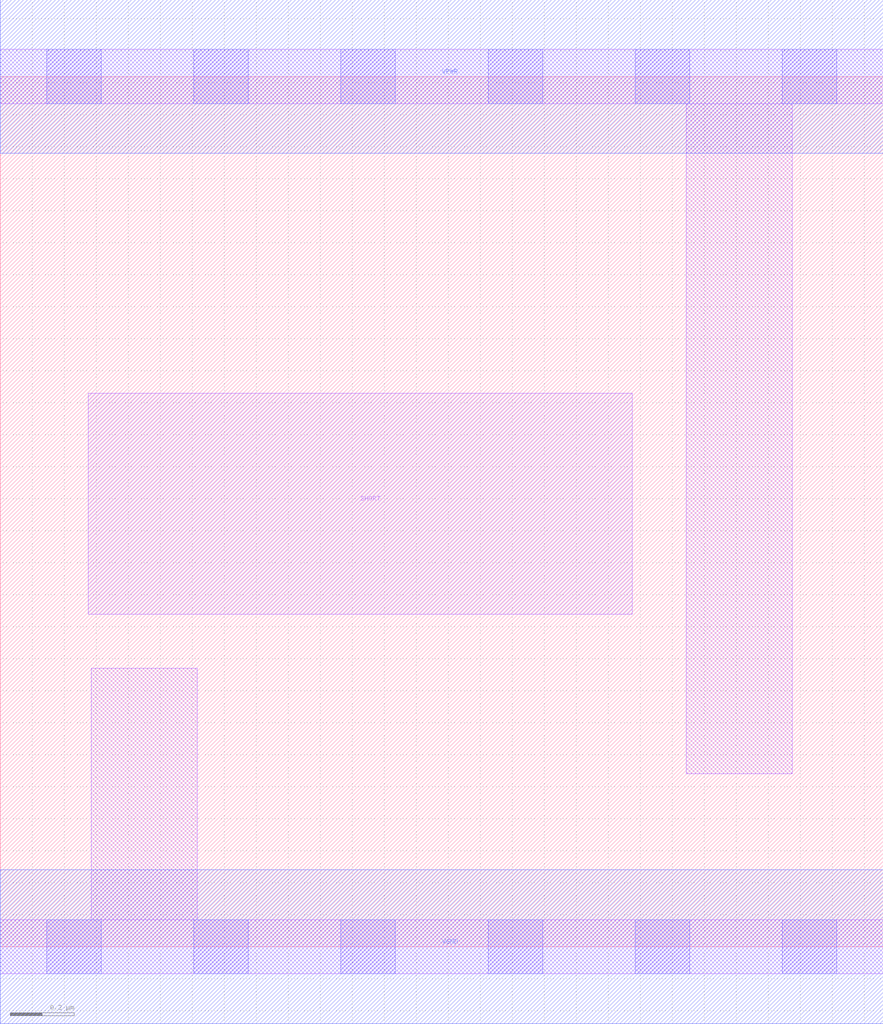
<source format=lef>
# Copyright 2020 The SkyWater PDK Authors
#
# Licensed under the Apache License, Version 2.0 (the "License");
# you may not use this file except in compliance with the License.
# You may obtain a copy of the License at
#
#     https://www.apache.org/licenses/LICENSE-2.0
#
# Unless required by applicable law or agreed to in writing, software
# distributed under the License is distributed on an "AS IS" BASIS,
# WITHOUT WARRANTIES OR CONDITIONS OF ANY KIND, either express or implied.
# See the License for the specific language governing permissions and
# limitations under the License.
#
# SPDX-License-Identifier: Apache-2.0

VERSION 5.7 ;
  NAMESCASESENSITIVE ON ;
  NOWIREEXTENSIONATPIN ON ;
  DIVIDERCHAR "/" ;
  BUSBITCHARS "[]" ;
UNITS
  DATABASE MICRONS 200 ;
END UNITS
MACRO sky130_fd_sc_hd__lpflow_bleeder_1
  CLASS CORE ;
  SOURCE USER ;
  FOREIGN sky130_fd_sc_hd__lpflow_bleeder_1 ;
  ORIGIN  0.000000  0.000000 ;
  SIZE  2.760000 BY  2.720000 ;
  SYMMETRY X Y R90 ;
  SITE unithd ;
  PIN SHORT
    ANTENNAGATEAREA  0.270000 ;
    DIRECTION INPUT ;
    USE SIGNAL ;
    PORT
      LAYER li1 ;
        RECT 0.275000 1.040000 1.975000 1.730000 ;
    END
  END SHORT
  PIN VGND
    DIRECTION INOUT ;
    SHAPE ABUTMENT ;
    USE GROUND ;
    PORT
      LAYER met1 ;
        RECT 0.000000 -0.240000 2.760000 0.240000 ;
    END
  END VGND
  PIN VPWR
    DIRECTION INOUT ;
    SHAPE ABUTMENT ;
    USE POWER ;
    PORT
      LAYER met1 ;
        RECT 0.000000 2.480000 2.760000 2.960000 ;
    END
  END VPWR
  OBS
    LAYER li1 ;
      RECT 0.000000 -0.085000 2.760000 0.085000 ;
      RECT 0.000000  2.635000 2.760000 2.805000 ;
      RECT 0.285000  0.085000 0.615000 0.870000 ;
      RECT 2.145000  0.540000 2.475000 2.635000 ;
    LAYER mcon ;
      RECT 0.145000 -0.085000 0.315000 0.085000 ;
      RECT 0.145000  2.635000 0.315000 2.805000 ;
      RECT 0.605000 -0.085000 0.775000 0.085000 ;
      RECT 0.605000  2.635000 0.775000 2.805000 ;
      RECT 1.065000 -0.085000 1.235000 0.085000 ;
      RECT 1.065000  2.635000 1.235000 2.805000 ;
      RECT 1.525000 -0.085000 1.695000 0.085000 ;
      RECT 1.525000  2.635000 1.695000 2.805000 ;
      RECT 1.985000 -0.085000 2.155000 0.085000 ;
      RECT 1.985000  2.635000 2.155000 2.805000 ;
      RECT 2.445000 -0.085000 2.615000 0.085000 ;
      RECT 2.445000  2.635000 2.615000 2.805000 ;
  END
END sky130_fd_sc_hd__lpflow_bleeder_1
END LIBRARY

</source>
